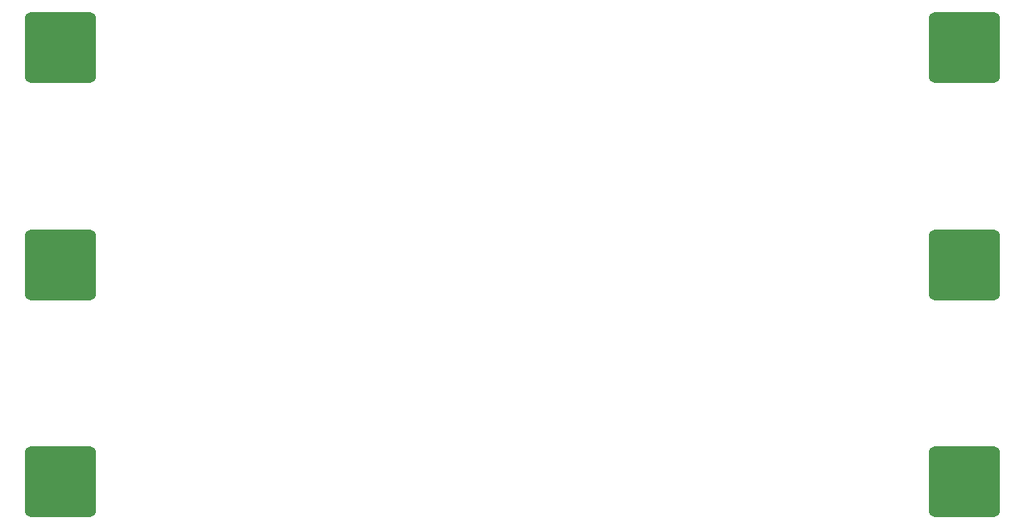
<source format=gbp>
G04 #@! TF.GenerationSoftware,KiCad,Pcbnew,7.0.1*
G04 #@! TF.CreationDate,2023-10-22T20:19:39-04:00*
G04 #@! TF.ProjectId,battery_charging_devboard,62617474-6572-4795-9f63-68617267696e,rev?*
G04 #@! TF.SameCoordinates,Original*
G04 #@! TF.FileFunction,Paste,Bot*
G04 #@! TF.FilePolarity,Positive*
%FSLAX46Y46*%
G04 Gerber Fmt 4.6, Leading zero omitted, Abs format (unit mm)*
G04 Created by KiCad (PCBNEW 7.0.1) date 2023-10-22 20:19:39*
%MOMM*%
%LPD*%
G01*
G04 APERTURE LIST*
G04 Aperture macros list*
%AMRoundRect*
0 Rectangle with rounded corners*
0 $1 Rounding radius*
0 $2 $3 $4 $5 $6 $7 $8 $9 X,Y pos of 4 corners*
0 Add a 4 corners polygon primitive as box body*
4,1,4,$2,$3,$4,$5,$6,$7,$8,$9,$2,$3,0*
0 Add four circle primitives for the rounded corners*
1,1,$1+$1,$2,$3*
1,1,$1+$1,$4,$5*
1,1,$1+$1,$6,$7*
1,1,$1+$1,$8,$9*
0 Add four rect primitives between the rounded corners*
20,1,$1+$1,$2,$3,$4,$5,0*
20,1,$1+$1,$4,$5,$6,$7,0*
20,1,$1+$1,$6,$7,$8,$9,0*
20,1,$1+$1,$8,$9,$2,$3,0*%
G04 Aperture macros list end*
%ADD10RoundRect,0.750000X3.000000X3.000000X-3.000000X3.000000X-3.000000X-3.000000X3.000000X-3.000000X0*%
G04 APERTURE END LIST*
D10*
X55300000Y-59400000D03*
X150300000Y-59400000D03*
X150300000Y-82200000D03*
X55300000Y-82200000D03*
X150300000Y-105000000D03*
X55300000Y-105000000D03*
M02*

</source>
